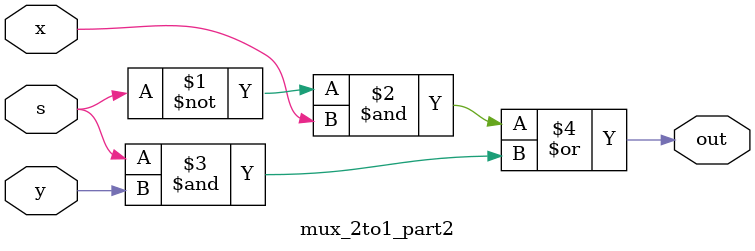
<source format=v>
module part2(out, x, y, s);
input [2:0] x, y;
input s;
output [2:0] out;
mux_2to1_part2 mux1(out[2], x[2], y[2], s);
mux_2to1_part2 mux2(out[1], x[1], y[1], s);
mux_2to1_part2 mux3(out[0], x[0], y[0], s);
endmodule
module mux_2to1_part2(out, x, y, s);
input x, y, s;
output out;
assign out = (~s&x)|(s&y);
endmodule
</source>
